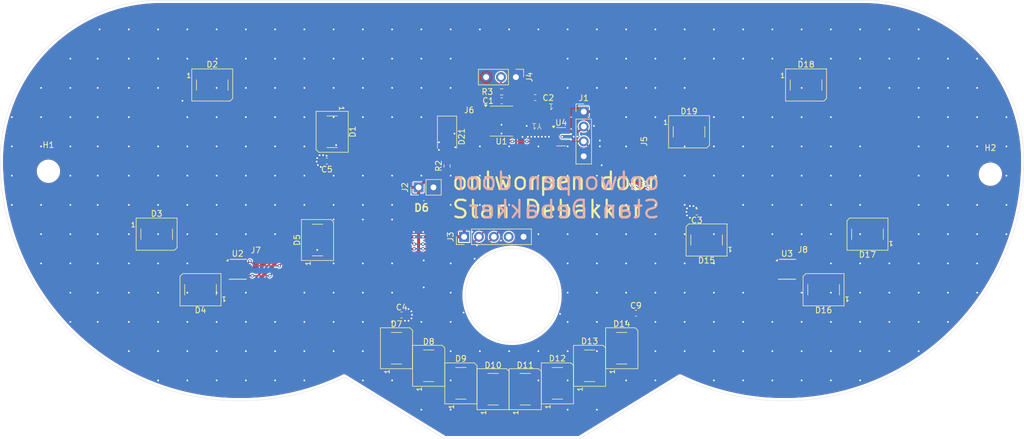
<source format=kicad_pcb>
(kicad_pcb (version 20241229) (generator "pcbnew") (generator_version "9.0")
  (layers (0 "F.Cu" signal) (2 "B.Cu" signal) (13 "F.Paste" user) (15 "B.Paste" user) (5 "F.SilkS" user "F.Silkscreen") (7 "B.SilkS" user "B.Silkscreen") (1 "F.Mask" user) (3 "B.Mask" user) (25 "Edge.Cuts" user))
  (net 0 "")
  (net 1 "GND")
  (net 2 "+3.3V")
  (net 3 "+5V")
  (net 4 "Net-(D1-DOUT)")
  (net 5 "Net-(D1-DIN)")
  (net 6 "Net-(D2-DOUT)")
  (net 7 "Net-(D3-DOUT)")
  (net 8 "Net-(D4-DOUT)")
  (net 9 "Net-(D5-DOUT)")
  (net 10 "Net-(D7-DOUT)")
  (net 11 "Net-(D8-DOUT)")
  (net 12 "Net-(D10-DIN)")
  (net 13 "Net-(D10-DOUT)")
  (net 14 "Net-(D11-DOUT)")
  (net 15 "Net-(D12-DOUT)")
  (net 16 "Net-(D13-DOUT)")
  (net 17 "Net-(D14-DOUT)")
  (net 18 "Net-(D15-DOUT)")
  (net 19 "Net-(D16-DOUT)")
  (net 20 "Net-(D17-DOUT)")
  (net 21 "Net-(D18-DOUT)")
  (net 22 "Net-(D21-K)")
  (net 23 "/SDA")
  (net 24 "/SCL")
  (net 25 "/mode")
  (net 26 "/UPDI{slash}~{RESET}")
  (net 27 "Net-(D19-DOUT)")
  (net 28 "/XTAL")
  (net 29 "Net-(J6-Pin_1)")
  (net 30 "Net-(J4-Pin_2)")
  (net 31 "Net-(J7-Pin_1)")
  (net 32 "Net-(J8-Pin_1)")
  (footprint "LED_SMD:LED_WS2812B_PLCC4_5.0x5.0mm_P3.2mm" (layer "F.Cu") (at 98.25 61 90)
    (property "Reference" "D5")
    (property "Value" "WS2812B")
  )
  (footprint "PESD5V0X1BCSFYL:PMEG3005AESFYL" (layer "F.Cu") (at 116.025 54.275 180)
    (property "Reference" "D6")
    (property "Value" "PESD5V0X1BCSFYL" (hide yes))
  )
  (footprint "Capacitor_SMD:C_0603_1608Metric" (layer "F.Cu") (at 135.45 36.65 180)
    (property "Reference" "C2")
    (property "Value" "1µF")
  )
  (footprint "Capacitor_SMD:C_0603_1608Metric" (layer "F.Cu") (at 129.725 37.2)
    (property "Reference" "C1")
    (property "Value" "1µF")
  )
  (footprint "Connector_PinHeader_2.54mm:PinHeader_1x03_P2.54mm_Vertical" (layer "F.Cu") (at 132.15 33.15 -90)
    (property "Reference" "J4")
    (property "Value" "Conn_01x03_Pin")
  )
  (footprint "LED_SMD:LED_WS2812B_PLCC4_5.0x5.0mm_P3.2mm" (layer "F.Cu") (at 144.75 82.5 90)
    (property "Reference" "D13")
    (property "Value" "WS2812B")
  )
  (footprint "Connector_PinHeader_2.54mm:PinHeader_1x05_P2.54mm_Vertical" (layer "F.Cu") (at 123.31 60.45 90)
    (property "Reference" "J3")
    (property "Value" "SFR02")
  )
  (footprint "Capacitor_SMD:C_0603_1608Metric" (layer "F.Cu") (at 99.85 47.5 180)
    (property "Reference" "C5")
    (property "Value" "1µF")
  )
  (footprint "Capacitor_SMD:C_0603_1608Metric" (layer "F.Cu") (at 112.61 73.81)
    (property "Reference" "C4")
    (property "Value" "1µF")
  )
  (footprint "LED_SMD:LED_WS2812B_PLCC4_5.0x5.0mm_P3.2mm" (layer "F.Cu") (at 117.25 82.5 90)
    (property "Reference" "D8")
    (property "Value" "WS2812B")
  )
  (footprint "LED_SMD:LED_WS2812B_PLCC4_5.0x5.0mm_P3.2mm" (layer "F.Cu") (at 161.75 42.5)
    (property "Reference" "D19")
    (property "Value" "WS2812B")
  )
  (footprint "LED_SMD:LED_WS2812B_PLCC4_5.0x5.0mm_P3.2mm" (layer "F.Cu") (at 122.75 85.5 90)
    (property "Reference" "D9")
    (property "Value" "WS2812B")
  )
  (footprint "LED_SMD:LED_WS2812B_PLCC4_5.0x5.0mm_P3.2mm" (layer "F.Cu") (at 181.75 34.5)
    (property "Reference" "D18")
    (property "Value" "WS2812B")
  )
  (footprint "Capacitor_SMD:C_0603_1608Metric" (layer "F.Cu") (at 152.67 73.51 180)
    (property "Reference" "C9")
    (property "Value" "1µF")
  )
  (footprint "LED_SMD:LED_WS2812B_PLCC4_5.0x5.0mm_P3.2mm" (layer "F.Cu") (at 164.75 61 180)
    (property "Reference" "D15")
    (property "Value" "WS2812B")
  )
  (footprint "LED_SMD:LED_WS2812B_PLCC4_5.0x5.0mm_P3.2mm" (layer "F.Cu") (at 133.75 86.5 90)
    (property "Reference" "D11")
    (property "Value" "WS2812B")
  )
  (footprint "LED_SMD:LED_WS2812B_PLCC4_5.0x5.0mm_P3.2mm" (layer "F.Cu") (at 111.75 79.5 90)
    (property "Reference" "D7")
    (property "Value" "WS2812B")
  )
  (footprint "Connector_Wire:SolderWirePad_1x01_SMD_1x2mm" (layer "F.Cu") (at 87.7 65.3)
    (property "Reference" "J7")
    (property "Value" "Conn_01x01")
  )
  (footprint "Connector_PinHeader_2.54mm:PinHeader_1x02_P2.54mm_Vertical" (layer "F.Cu") (at 115.525 52 90)
    (property "Reference" "J2")
    (property "Value" "Conn_01x02_Pin")
  )
  (footprint "Connector_Wire:SolderWirePad_1x01_SMD_1x2mm" (layer "F.Cu") (at 181.2 65.2)
    (property "Reference" "J8")
    (property "Value" "Conn_01x01")
  )
  (footprint "LED_SMD:LED_WS2812B_PLCC4_5.0x5.0mm_P3.2mm" (layer "F.Cu") (at 128.25 86.5 90)
    (property "Reference" "D10")
    (property "Value" "WS2812B")
  )
  (footprint "Oscillator:ESC-2333-xxx-xxx" (layer "F.Cu") (at 135.7 39.1 180)
    (property "Reference" "Y1")
    (property "Value" "ECS-2333MV-100-BN-TR" (hide yes))
  )
  (footprint "LED_SMD:LED_WS2812B_PLCC4_5.0x5.0mm_P3.2mm" (layer "F.Cu") (at 184.75 69.5 180)
    (property "Reference" "D16")
    (property "Value" "WS2812B")
  )
  (footprint "LED_SMD:LED_WS2812B_PLCC4_5.0x5.0mm_P3.2mm" (layer "F.Cu") (at 100.75 42.5 -90)
    (property "Reference" "D1")
    (property "Value" "WS2812B")
  )
  (footprint "MountingHole:MountingHole_3.5mm" (layer "F.Cu") (at 52.25 49.25)
    (property "Reference" "H1")
    (property "Value" "MountingHole")
  )
  (footprint "LED_SMD:LED_WS2812B_PLCC4_5.0x5.0mm_P3.2mm" (layer "F.Cu") (at 192.25 60 180)
    (property "Reference" "D17")
    (property "Value" "WS2812B")
  )
  (footprint "MountingHole:MountingHole_3.5mm" (layer "F.Cu") (at 213.26 49.75)
    (property "Reference" "H2")
    (property "Value" "MountingHole")
  )
  (footprint "Connector_PinHeader_2.54mm:PinHeader_1x04_P2.54mm_Vertical" (layer "F.Cu") (at 143.75 39.06)
    (property "Reference" "J1")
    (property "Value" "Conn_01x04_Pin")
  )
  (footprint "LED_SMD:LED_WS2812B_PLCC4_5.0x5.0mm_P3.2mm" (layer "F.Cu") (at 78.25 69.5 180)
    (property "Reference" "D4")
    (property "Value" "WS2812B")
  )
  (footprint "Package_SO:SOIC-8_3.9x4.9mm_P1.27mm" (layer "F.Cu") (at 129.7 40.68)
    (property "Reference" "U1")
    (property "Value" "ATtiny402-SS")
  )
  (footprint "Connector_Wire:SolderWirePad_1x01_SMD_1x2mm" (layer "F.Cu") (at 124.17 40.04 90)
    (property "Reference" "J6")
    (property "Value" "Conn_01x01")
  )
  (footprint "Connector_Wire:SolderWirePad_1x01_SMD_1x2mm" (layer "F.Cu") (at 156.61 44.14 90)
    (property "Reference" "J5")
    (property "Value" "Conn_01x01")
  )
  (footprint "Diode_SMD:D_SMA" (layer "F.Cu") (at 120.39 43.33 -90)
    (property "Reference" "D21")
    (property "Value" "GS1M_R1_00001")
  )
  (footprint "Package_SON:Texas_PWSON-N6" (layer "F.Cu") (at 178.5 66)
    (property "Reference" "U3")
    (property "Value" "~")
  )
  (footprint "LED_SMD:LED_WS2812B_PLCC4_5.0x5.0mm_P3.2mm" (layer "F.Cu") (at 150.25 79.5 90)
    (property "Reference" "D14")
    (property "Value" "WS2812B")
  )
  (footprint "Resistor_SMD:R_0603_1608Metric" (layer "F.Cu") (at 129.725 35.675)
    (property "Reference" "R3")
    (property "Value" "5K1")
  )
  (footprint "LED_SMD:LED_WS2812B_PLCC4_5.0x5.0mm_P3.2mm" (layer "F.Cu") (at 70.75 60)
    (property "Reference" "D3")
    (property "Value" "WS2812B")
  )
  (footprint "Capacitor_SMD:C_0603_1608Metric" (layer "F.Cu") (at 163.08 56.2 180)
    (property "Reference" "C3")
    (property "Value" "1µF")
  )
  (footprint "LED_SMD:LED_WS2812B_PLCC4_5.0x5.0mm_P3.2mm" (layer "F.Cu") (at 139.25 85.5 90)
    (property "Reference" "D12")
    (property "Value" "WS2812B")
  )
  (footprint "Package_TO_SOT_SMD:SOT-23-6" (layer "F.Cu") (at 139.9 43.35)
    (property "Reference" "U4")
    (property "Value" "USBLC6-2SC6")
  )
  (footprint "Package_SON:Texas_PWSON-N6" (layer "F.Cu") (at 84.6 66)
    (property "Reference" "U2")
    (property "Value" "~")
  )
  (footprint "Resistor_SMD:R_0603_1608Metric" (layer "F.Cu") (at 120.39 48.33 90)
    (property "Reference" "R2")
    (property "Value" "10k")
  )
  (footprint "LED_SMD:LED_WS2812B_PLCC4_5.0x5.0mm_P3.2mm" (layer "F.Cu") (at 80.25 34.5)
    (property "Reference" "D2")
    (property "Value" "WS2812B")
  )
  (gr_arc (start 219 47.5) (mid 199.808257 82.21887) (end 160.200003 84.434538) (stroke (width 0.05)) (layer "Edge.Cuts"))
  (gr_arc (start 191.5 20) (mid 210.945436 28.054564) (end 219 47.5) (stroke (width 0.05)) (layer "Edge.Cuts"))
  (gr_line (start 120 20) (end 191.5 20) (stroke (width 0.05)) (layer "Edge.Cuts"))
  (gr_line (start 120 20) (end 71.5 20) (stroke (width 0.05)) (layer "Edge.Cuts"))
  (gr_line (start 120 95) (end 143 95) (stroke (width 0.05)) (layer "Edge.Cuts"))
  (gr_arc (start 44 47.5) (mid 52.054564 28.054564) (end 71.5 20) (stroke (width 0.05)) (layer "Edge.Cuts"))
  (gr_circle (center 131.5 70.45) (end 131.5 78.45) (stroke (width 0.05)) (fill no) (layer "Edge.Cuts"))
  (gr_arc (start 102.799999 84.434537) (mid 63.191744 82.218871) (end 44 47.5) (stroke (width 0.05)) (layer "Edge.Cuts"))
  (gr_line (start 143 95) (end 160.200002 84.434534) (stroke (width 0.05)) (layer "Edge.Cuts"))
  (gr_line (start 120 95) (end 102.799997 84.434537) (stroke (width 0.05)) (layer "Edge.Cuts"))
  (gr_text "ontworpen door\nStan Debakker" (at 121 57.5 0) (layer "F.SilkS") (effects (font (size 3 3) (thickness 0.375)) (justify left bottom)))
  (gr_text "ontworpen door\nStan Debakker" (at 157 57.5 0) (layer "B.SilkS") (effects (font (size 3 3) (thickness 0.375)) (justify left bottom mirror)))
  (segment (start 178.829456 65.5) (end 178.419728 65.090272) (width 0.25) (layer "F.Cu") (net 1))
  (via (at 145.5 41.5) (size 0.6) (drill 0.3) (layers "F.Cu" "B.Cu") (net 1))
  (via (at 135.4 43.35) (size 0.6) (drill 0.3) (layers "F.Cu" "B.Cu") (net 1))
  (via (at 114.3 73.2) (size 0.6) (drill 0.3) (layers "F.Cu" "B.Cu") (net 1))
  (via (at 216 40) (size 0.6) (drill 0.3) (layers "F.Cu" "B.Cu") (net 1))
  (via (at 60.675113 70.000534) (size 0.6) (drill 0.3) (layers "F.Cu" "B.Cu") (net 1))
  (via (at 46 45) (size 0.6) (drill 0.3) (layers "F.Cu" "B.Cu") (net 1))
  (via (at 101 65) (size 0.6) (drill 0.3) (layers "F.Cu" "B.Cu") (net 1))
  (via (at 186 45) (size 0.6) (drill 0.3) (layers "F.Cu" "B.Cu") (net 1))
  (via (at 76 80) (size 0.6) (drill 0.3) (layers "F.Cu" "B.Cu") (net 1))
  (via (at 191 60) (size 0.6) (drill 0.3) (layers "F.Cu" "B.Cu") (net 1))
  (via (at 76 25) (size 0.6) (drill 0.3) (layers "F.Cu" "B.Cu") (net 1))
  (via (at 146 70) (size 0.6) (drill 0.3) (layers "F.Cu" "B.Cu") (net 1))
  (via (at 136 80) (size 0.6) (drill 0.3) (layers "F.Cu" "B.Cu") (net 1))
  (via (at 71 65) (size 0.6) (drill 0.3) (layers "F.Cu" "B.Cu") (net 1))
  (via (at 176 25) (size 0.6) (drill 0.3) (layers "F.Cu" "B.Cu") (net 1))
  (via (at 46 50) (size 0.6) (drill 0.3) (layers "F.Cu" "B.Cu") (net 1))
  (via (at 71 75) (size 0.6) (drill 0.3) (layers "F.Cu" "B.Cu") (net 1))
  (via (at 151 40) (size 0.6) (drill 0.3) (layers "F.Cu" "B.Cu") (net 1))
  (via (at 181 60) (size 0.6) (drill 0.3) (layers "F.Cu" "B.Cu") (net 1))
  (via (at 91 45) (size 0.6) (drill 0.3) (layers "F.Cu" "B.Cu") (net 1))
  (via (at 206 35) (size 0.6) (drill 0.3) (layers "F.Cu" "B.Cu") (net 1))
  (via (at 111 55) (size 0.6) (drill 0.3) (layers "F.Cu" "B.Cu") (net 1))
  (via (at 201 45) (size 0.6) (drill 0.3) (layers "F.Cu" "B.Cu") (net 1))
  (via (at 101 57.5) (size 0.6) (drill 0.3) (layers "F.Cu" "B.Cu") (net 1))
  (via (at 86 45) (size 0.6) (drill 0.3) (layers "F.Cu" "B.Cu") (net 1))
  (via (at 171 75) (size 0.6) (drill 0.3) (layers "F.Cu" "B.Cu") (net 1))
  (via (at 96 40) (size 0.6) (drill 0.3) (layers "F.Cu" "B.Cu") (net 1))
  (via (at 126 25) (size 0.6) (drill 0.3) (layers "F.Cu" "B.Cu") (net 1))
  (via (at 116 35) (size 0.6) (drill 0.3) (layers "F.Cu" "B.Cu") (net 1))
  (via (at 121 25) (size 0.6) (drill 0.3) (layers "F.Cu" "B.Cu") (net 1))
  (via (at 146 35) (size 0.6) (drill 0.3) (layers "F.Cu" "B.Cu") (net 1))
  (via (at 99.8 46.6) (size 0.6) (drill 0.3) (layers "F.Cu" "B.Cu") (net 1))
  (via (at 161 80) (size 0.6) (drill 0.3) (layers "F.Cu" "B.Cu") (net 1))
  (via (at 114.4 73.8) (size 0.6) (drill 0.3) (layers "F.Cu" "B.Cu") (net 1))
  (via (at 101 80) (size 0.6) (drill 0.3) (layers "F.Cu" "B.Cu") (net 1))
  (via (at 51 35) (size 0.6) (drill 0.3) (layers "F.Cu" "B.Cu") (net 1))
  (via (at 56 55) (size 0.6) (drill 0.3) (layers "F.Cu" "B.Cu") (net 1))
  (via (at 211 55) (size 0.6) (drill 0.3) (layers "F.Cu" "B.Cu") (net 1))
  (via (at 91 40) (size 0.6) (drill 0.3) (layers "F.Cu" "B.Cu") (net 1))
  (via (at 66 40) (size 0.6) (drill 0.3) (layers "F.Cu" "B.Cu") (net 1))
  (via (at 96 55) (size 0.6) (drill 0.3) (layers "F.Cu" "B.Cu") (net 1))
  (via (at 206 40) (size 0.6) (drill 0.3) (layers "F.Cu" "B.Cu") (net 1))
  (via (at 76 70) (size 0.6) (drill 0.3) (layers "F.Cu" "B.Cu") (net 1))
  (via (at 51 45) (size 0.6) (drill 0.3) (layers "F.Cu" "B.Cu") (net 1))
  (via (at 71 25) (size 0.6) (drill 0.3) (layers "F.Cu" "B.Cu") (net 1))
  (via (at 86 55) (size 0.6) (drill 0.3) (layers "F.Cu" "B.Cu") (net 1))
  (via (at 81 30) (size 0.6) (drill 0.3) (layers "F.Cu" "B.Cu") (net 1))
  (via (at 111 30) (size 0.6) (drill 0.3) (layers "F.Cu" "B.Cu") (net 1))
  (via (at 121 85) (size 0.6) (drill 0.3) (layers "F.Cu" "B.Cu") (net 1))
  (via (at 196 70) (size 0.6) (drill 0.3) (layers "F.Cu" "B.Cu") (net 1))
  (via (at 181 35) (size 0.6) (drill 0.3) (layers "F.Cu" "B.Cu") (net 1))
  (via (at 66 35) (size 0.6) (drill 0.3) (layers "F.Cu" "B.Cu") (net 1))
  (via (at 141 65) (size 0.6) (drill 0.3) (layers "F.Cu" "B.Cu") (net 1))
  (via (at 121 80) (size 0.6) (drill 0.3) (layers "F.Cu" "B.Cu") (net 1))
  (via (at 211 65) (size 0.6) (drill 0.3) (layers "F.Cu" "B.Cu") (net 1))
  (via (at 96 45) (size 0.6) (drill 0.3) (layers "F.Cu" "B.Cu") (net 1))
  (via (at 96 70) (size 0.6) (drill 0.3) (layers "F.Cu" "B.Cu") (net 1))
  (via (at 111 35) (size 0.6) (drill 0.3) (layers "F.Cu" "B.Cu") (net 1))
  (via (at 91 35) (size 0.6) (drill 0.3) (layers "F.Cu" "B.Cu") (net 1))
  (via (at 96 80) (size 0.6) (drill 0.3) (layers "F.Cu" "B.Cu") (net 1))
  (via (at 81 60) (size 0.6) (drill 0.3) (layers "F.Cu" "B.Cu") (net 1))
  (via (at 161 30) (size 0.6) (drill 0.3) (layers "F.Cu" "B.Cu") (net 1))
  (via (at 56 60) (size 0.6) (drill 0.3) (layers "F.Cu" "B.Cu") (net 1))
  (via (at 136 60) (size 0.6) (drill 0.3) (layers "F.Cu" "B.Cu") (net 1))
  (via (at 181 55) (size 0.6) (drill 0.3) (layers "F.Cu" "B.Cu") (net 1))
  (via (at 86 85) (size 0.6) (drill 0.3) (layers "F.Cu" "B.Cu") (net 1))
  (via (at 51 40) (size 0.6) (drill 0.3) (layers "F.Cu" "B.Cu") (net 1))
  (via (at 206 55) (size 0.6) (drill 0.3) (layers "F.Cu" "B.Cu") (net 1))
  (via (at 66 65) (size 0.6) (drill 0.3) (layers "F.Cu" "B.Cu") (net 1))
  (via (at 106 25) (size 0.6) (drill 0.3) (layers "F.Cu" "B.Cu") (net 1))
  (via (at 161 55) (size 0.6) (drill 0.3) (layers "F.Cu" "B.Cu") (net 1))
  (via (at 106 30) (size 0.6) (drill 0.3) (layers "F.Cu" "B.Cu") (net 1))
  (via (at 91 30) (size 0.6) (drill 0.3) (layers "F.Cu" "B.Cu") (net 1))
  (via (at 141 75) (size 0.6) (drill 0.3) (layers "F.Cu" "B.Cu") (net 1))
  (via (at 60.675113 60.000534) (size 0.6) (drill 0.3) (layers "F.Cu" "B.Cu") (net 1))
  (via (at 216 55) (size 0.6) (drill 0.3) (layers "F.Cu" "B.Cu") (net 1))
  (via (at 106 50) (size 0.6) (drill 0.3) (layers "F.Cu" "B.Cu") (net 1))
  (via (at 66 55) (size 0.6) (drill 0.3) (layers "F.Cu" "B.Cu") (net 1))
  (via (at 101 70) (size 0.6) (drill 0.3) (layers "F.Cu" "B.Cu") (net 1))
  (via (at 81 55) (size 0.6) (drill 0.3) (layers "F.Cu" "B.Cu") (net 1))
  (via (at 106 70) (size 0.6) (drill 0.3) (layers "F.Cu" "B.Cu") (net 1))
  (via (at 81 45) (size 0.6) (drill 0.3) (layers "F.Cu" "B.Cu") (net 1))
  (via (at 171 25) (size 0.6) (drill 0.3) (layers "F.Cu" "B.Cu") (net 1))
  (via (at 113.8 74.8) (size 0.6) (drill 0.3) (layers "F.Cu" "B.Cu") (net 1))
  (via (at 71 70) (size 0.6) (drill 0.3) (layers "F.Cu" "B.Cu") (net 1))
  (via (at 176 30) (size 0.6) (drill 0.3) (layers "F.Cu" "B.Cu") (net 1))
  (via (at 206 30) (size 0.6) (drill 0.3) (layers "F.Cu" "B.Cu") (net 1))
  (via (at 176 80) (size 0.6) (drill 0.3) (layers "F.Cu" "B.Cu") (net 1))
  (via (at 206 65) (size 0.6) (drill 0.3) (layers "F.Cu" "B.Cu") (net 1))
  (via (at 101 35) (size 0.6) (drill 0.3) (layers "F.Cu" "B.Cu") (net 1))
  (via (at 121.66 42.82) (size 0.6) (drill 0.3) (layers "F.Cu" "B.Cu") (net 1))
  (via (at 111 57.5) (size 0.6) (drill 0.3) (layers "F.Cu" "B.Cu") (net 1))
  (via (at 151 70) (size 0.6) (drill 0.3) (layers "F.Cu" "B.Cu") (net 1))
  (via (at 71 55) (size 0.6) (drill 0.3) (layers "F.Cu" "B.Cu") (net 1))
  (via (at 146 30) (size 0.6) (drill 0.3) (layers "F.Cu" "B.Cu") (net 1))
  (via (at 81 85) (size 0.6) (drill 0.3) (layers "F.Cu" "B.Cu") (net 1))
  (via (at 60.675113 40.000534) (size 0.6) (drill 0.3) (layers "F.Cu" "B.Cu") (net 1))
  (via (at 201 35) (size 0.6) (drill 0.3) (layers "F.Cu" "B.Cu") (net 1))
  (via (at 191 85) (size 0.6) (drill 0.3) (layers "F.Cu" "B.Cu") (net 1))
  (via (at 101 25) (size 0.6) (drill 0.3) (layers "F.Cu" "B.Cu") (net 1))
  (via (at 98.8 48.5) (size 0.6) (drill 0.3) (layers "F.Cu" "B.Cu") (net 1))
  (via (at 211 60) (size 0.6) (drill 0.3) (layers "F.Cu" "B.Cu") (net 1))
  (via (at 161 35) (size 0.6) (drill 0.3) (layers "F.Cu" "B.Cu") (net 1))
  (via (at 171 85) (size 0.6) (drill 0.3) (layers "F.Cu" "B.Cu") (net 1))
  (via (at 96 50) (size 0.6) (drill 0.3) (layers "F.Cu" "B.Cu") (net 1))
  (via (at 86 70) (size 0.6) (drill 0.3) (layers "F.Cu" "B.Cu") (net 1))
  (via (at 129.7 42.8) (size 0.6) (drill 0.3) (layers "F.Cu" "B.Cu") (net 1))
  (via (at 51 60) (size 0.6) (drill 0.3) (layers "F.Cu" "B.Cu") (net 1))
  (via (at 56 50) (size 0.6) (drill 0.3) (layers "F.Cu" "B.Cu") (net 1))
  (via (at 106 35) (size 0.6) (drill 0.3) (layers "F.Cu" "B.Cu") (net 1))
  (via (at 186 50) (size 0.6) (drill 0.3) (layers "F.Cu" "B.Cu") (net 1))
  (via (at 191 30) (size 0.6) (drill 0.3) (layers "F.Cu" "B.Cu") (net 1))
  (via (at 176 40) (size 0.6) (drill 0.3) (layers "F.Cu" "B.Cu") (net 1))
  (via (at 96 25) (size 0.6) (drill 0.3) (layers "F.Cu" "B.Cu") (net 1))
  (via (at 191 50) (size 0.6) (drill 0.3) (layers "F.Cu" "B.Cu") (net 1))
  (via (at 156 80) (size 0.6) (drill 0.3) (layers "F.Cu" "B.Cu") (net 1))
  (via (at 60.675113 35.000534) (size 0.6) (drill 0.3) (layers "F.Cu" "B.Cu") (net 1))
  (via (at 151 85) (size 0.6) (drill 0.3) (layers "F.Cu" "B.Cu") (net 1))
  (via (at 161 65) (size 0.6) (drill 0.3) (layers "F.Cu" "B.Cu") (net 1))
  (via (at 151 75) (size 0.6) (drill 0.3) (layers "F.Cu" "B.Cu") (net 1))
  (via (at 111 50) (size 0.6) (drill 0.3) (layers "F.Cu" "B.Cu") (net 1))
  (via (at 98.2 47) (size 0.6) (drill 0.3) (layers "F.Cu" "B.Cu") (net 1))
  (via (at 191 45) (size 0.6) (drill 0.3) (layers "F.Cu" "B.Cu") (net 1))
  (via (at 146 50) (size 0.6) (drill 0.3) (layers "F.Cu" "B.Cu") (net 1))
  (via (at 76 50) (size 0.6) (drill 0.3) (layers "F.Cu" "B.Cu") (net 1))
  (via (at 186 40) (size 0.6) (drill 0.3) (layers "F.Cu" "B.Cu") (net 1))
  (via (at 86 40) (size 0.6) (drill 0.3) (layers "F.Cu" "B.Cu") (net 1))
  (via (at 186 70) (size 0.6) (drill 0.3) (layers "F.Cu" "B.Cu") (net 1))
  (via (at 201 40) (size 0.6) (drill 0.3) (layers "F.Cu" "B.Cu") (net 1))
  (via (at 196 80) (size 0.6) (drill 0.3) (layers "F.Cu" "B.Cu") (net 1))
  (via (at 161.3 56.2) (size 0.6) (drill 0.3) (layers "F.Cu" "B.Cu") (net 1))
  (via (at 131 25) (size 0.6) (drill 0.3) (layers "F.Cu" "B.Cu") (net 1))
  (via (at 146 65) (size 0.6) (drill 0.3) (layers "F.Cu" "B.Cu") (net 1))
  (via (at 116.4 64.5) (size 0.6) (drill 0.3) (layers "F.Cu" "B.Cu") (net 1))
  (via (at 156 65) (size 0.6) (drill 0.3) (layers "F.Cu" "B.Cu") (net 1))
  (via (at 51 65) (size 0.6) (drill 0.3) (layers "F.Cu" "B.Cu") (net 1))
  (via (at 166 60) (size 0.6) (drill 0.3) (layers "F.Cu" "B.Cu") (net 1))
  (via (at 134.8 43.35) (size 0.6) (drill 0.3) (layers "F.Cu" "B.Cu") (net 1))
  (via (at 66 30) (size 0.6) (drill 0.3) (layers "F.Cu" "B.Cu") (net 1))
  (via (at 118.99 44.3) (size 0.6) (drill 0.3) (layers "F.Cu" "B.Cu") (net 1))
  (via (at 191 35) (size 0.6) (drill 0.3) (layers "F.Cu" "B.Cu") (net 1))
  (via (at 111 65) (size 0.6) (drill 0.3) (layers "F.Cu" "B.Cu") (net 1))
  (via (at 106 75) (size 0.6) (drill 0.3) (layers "F.Cu" "B.Cu") (net 1))
  (via (at 116 30) (size 0.6) (drill 0.3) (layers "F.Cu" "B.Cu") (net 1))
  (via (at 171 40) (size 0.6) (drill 0.3) (layers "F.Cu" "B.Cu") (net 1))
  (via (at 96 85) (size 0.6) (drill 0.3) (layers "F.Cu" "B.Cu") (net 1))
  (via (at 71 35) (size 0.6) (drill 0.3) (layers "F.Cu" "B.Cu") (net 1))
  (via (at 201 55) (size 0.6) (drill 0.3) (layers "F.Cu" "B.Cu") (net 1))
  (via (at 91 60) (size 0.6) (drill 0.3) (layers "F.Cu" "B.Cu") (net 1))
  (via (at 111 25) (size 0.6) (drill 0.3) (layers "F.Cu" "B.Cu") (net 1))
  (via (at 216 50) (size 0.6) (drill 0.3) (layers "F.Cu" "B.Cu") (net 1))
  (via (at 121 75) (size 0.6) (drill 0.3) (layers "F.Cu" "B.Cu") (net 1))
  (via (at 136 25) (size 0.6) (drill 0.3) (layers "F.Cu" "B.Cu") (net 1))
  (via (at 98.2 62.7) (size 0.6) (drill 0.3) (layers "F.Cu" "B.Cu") (net 1))
  (via (at 151 35) (size 0.6) (drill 0.3) (layers "F.Cu" "B.Cu") (net 1))
  (via (at 146.5 44) (size 0.6) (drill 0.3) (layers "F.Cu" "B.Cu") (net 1))
  (via (at 116 75) (size 0.6) (drill 0.3) (layers "F.Cu" "B.Cu") (net 1))
  (via (at 86 75) (size 0.6) (drill 0.3) (layers "F.Cu" "B.Cu") (net 1))
  (via (at 96 30) (size 0.6) (drill 0.3) (layers "F.Cu" "B.Cu") (net 1))
  (via (at 186 30) (size 0.6) (drill 0.3) (layers "F.Cu" "B.Cu") (net 1))
  (via (at 191 70) (size 0.6) (drill 0.3) (layers "F.Cu" "B.Cu") (net 1))
  (via (at 116 90) (size 0.6) (drill 0.3) (layers "F.Cu" "B.Cu") (net 1))
  (via (at 134 41.5) (size 0.6) (drill 0.3) (layers "F.Cu" "B.Cu") (net 1))
  (via (at 116.3 59.63) (size 0.6) (drill 0.3) (layers "F.Cu" "B.Cu") (net 1))
  (via (at 61 25) (size 0.6) (drill 0.3) (layers "F.Cu" "B.Cu") (net 1))
  (via (at 171 45) (size 0.6) (drill 0.3) (layers "F.Cu" "B.Cu") (net 1))
  (via (at 91 75) (size 0.6) (drill 0.3) (layers "F.Cu" "B.Cu") (net 1))
  (via (at 98.3 48.2) (size 0.6) (drill 0.3) (layers "F.Cu" "B.Cu") (net 1))
  (via (at 60.675113 65.000534) (size 0.6) (drill 0.3) (layers "F.Cu" "B.Cu") (net 1))
  (via (at 186 80) (size 0.6) (drill 0.3) (layers "F.Cu" "B.Cu") (net 1))
  (via (at 136 45) (size 0.6) (drill 0.3) (layers "F.Cu" "B.Cu") (net 1))
  (via (at 181 25) (size 0.6) (drill 0.3) (layers "F.Cu" "B.Cu") (net 1))
  (via (at 111 85) (size 0.6) (drill 0.3) (layers "F.Cu" "B.Cu") (net 1))
  (via (at 121 50) (size 0.6) (drill 0.3) (layers "F.Cu" "B.Cu") (net 1))
  (via (at 201 70) (size 0.6) (drill 0.3) (layers "F.Cu" "B.Cu") (net 1))
  (via (at 76 40) (size 0.6) (drill 0.3) (layers "F.Cu" "B.Cu") (net 1))
  (via (at 161 25) (size 0.6) (drill 0.3) (layers "F.Cu" "B.Cu") (net 1))
  (via (at 101 75) (size 0.6) (drill 0.3) (layers "F.Cu" "B.Cu") (net 1))
  (via (at 146 75) (size 0.6) (drill 0.3) (layers "F.Cu" "B.Cu") (net 1))
  (via (at 181 85) (size 0.6) (drill 0.3) (layers "F.Cu" "B.Cu") (net 1))
  (via (at 171 50) (size 0.6) (drill 0.3) (layers "F.Cu" "B.Cu") (net 1))
  (via (at 141 25) (size 0.6) (drill 0.3) (layers "F.Cu" "B.Cu") (net 1))
  (via (at 141 60) (size 0.6) (drill 0.3) (layers "F.Cu" "B.Cu") (net 1))
  (via (at 151 25) (size 0.6) (drill 0.3) (layers "F.Cu" "B.Cu") (net 1))
  (via (at 166 75) (size 0.6) (drill 0.3) (layers "F.Cu" "B.Cu") (net 1))
  (via (at 171 70) (size 0.6) (drill 0.3) (layers "F.Cu" "B.Cu") (net 1))
  (via (at 161 50) (size 0.6) (drill 0.3) (layers "F.Cu" "B.Cu") (net 1))
  (via (at 56 35) (size 0.6) (drill 0.3) (layers "F.Cu" "B.Cu") (net 1))
  (via (at 91 85) (size 0.6) (drill 0.3) (layers "F.Cu" "B.Cu") (net 1))
  (via (at 166 80) (size 0.6) (drill 0.3) (layers "F.Cu" "B.Cu") (net 1))
  (via (at 181 45) (size 0.6) (drill 0.3) (layers "F.Cu" "B.Cu") (net 1))
  (via (at 166 70) (size 0.6) (drill 0.3) (layers "F.Cu" "B.Cu") (net 1))
  (via (at 201 25) (size 0.6) (drill 0.3) (layers "F.Cu" "B.Cu") (net 1))
  (via (at 71 50) (size 0.6) (drill 0.3) (layers "F.Cu" "B.Cu") (net 1))
  (via (at 98.6 46.5) (size 0.6) (drill 0.3) (layers "F.Cu" "B.Cu") (net 1))
  (via (at 171 30) (size 0.6) (drill 0.3) (layers "F.Cu" "B.Cu") (net 1))
  (via (at 129.7 41.3) (size 0.6) (drill 0.3) (layers "F.Cu" "B.Cu") (net 1))
  (via (at 181 30) (size 0.6) (drill 0.3) (layers "F.Cu" "B.Cu") (net 1))
  (via (at 211 35) (size 0.6) (drill 0.3) (layers "F.Cu" "B.Cu") (net 1))
  (via (at 99.2 46.5) (size 0.6) (drill 0.3) (layers "F.Cu" "B.Cu") (net 1))
  (via (at 201 65) (size 0.6) (drill 0.3) (layers "F.Cu" "B.Cu") (net 1))
  (via (at 106 55) (size 0.6) (drill 0.3) (layers "F.Cu" "B.Cu") (net 1))
  (via (at 121 70) (size 0.6) (drill 0.3) (layers "F.Cu" "B.Cu") (net 1))
  (via (at 114.3 74.4) (size 0.6) (drill 0.3) (layers "F.Cu" "B.Cu") (net 1))
  (via (at 146.5 45) (size 0.6) (drill 0.3) (layers "F.Cu" "B.Cu") (net 1))
  (via (at 136.6 43.35) (size 0.6) (drill 0.3) (layers "F.Cu" "B.Cu") (net 1))
  (via (at 106 57.5) (size 0.6) (drill 0.3) (layers "F.Cu" "B.Cu") (net 1))
  (via (at 206 60) (size 0.6) (drill 0.3) (layers "F.Cu" "B.Cu") (net 1))
  (via (at 141 90) (size 0.6) (drill 0.3) (layers "F.Cu" "B.Cu") (net 1))
  (via (at 106 85) (size 0.6) (drill 0.3) (layers "F.Cu" "B.Cu") (net 1))
  (via (at 176 45) (size 0.6) (drill 0.3) (layers "F.Cu" "B.Cu") (net 1))
  (via (at 161 70) (size 0.6) (drill 0.3) (layers "F.Cu" "B.Cu") (net 1))
  (via (at 98.1 47.6) (size 0.6) (drill 0.3) (layers "F.Cu" "B.Cu") (net 1))
  (via (at 116 50) (size 0.6) (drill 0.3) (layers "F.Cu" "B.Cu") (net 1))
  (via (at 81 70) (size 0.6) (drill 0.3) (layers "F.Cu" "B.Cu") (net 1))
  (via (at 181 40) (size 0.6) (drill 0.3) (layers "F.Cu" "B.Cu") (net 1))
  (via (at 161 45) (size 0.6) (drill 0.3) (layers "F.Cu" "B.Cu") (net 1))
  (via (at 91 55) (size 0.6) (drill 0.3) (layers "F.Cu" "B.Cu") (net 1))
  (via (at 156 70) (size 0.6) (drill 0.3) (layers "F.Cu" "B.Cu") (net 1))
  (via (at 141 50) (size 0.6) (drill 0.3) (layers "F.Cu" "B.Cu") (net 1))
  (via (at 125.1 64.2) (size 0.6) (drill 0.3) (layers "F.Cu" "B.Cu") (net 1))
  (via (at 76 55) (size 0.6) (drill 0.3) (layers "F.Cu" "B.Cu") (net 1))
  (via (at 60.675113 55.000534) (size 0.6) (drill 0.3) (layers "F.Cu" "B.Cu") (net 1))
  (via (at 151 30) (size 0.6) (drill 0.3) (layers "F.Cu" "B.Cu") (net 1))
  (via (at 134.2 43.35) (size 0.6) (drill 0.3) (layers "F.Cu" "B.Cu") (net 1))
  (via (at 156 50) (size 0.6) (drill 0.3) (layers "F.Cu" "B.Cu") (net 1))
  (via (at 46 55) (size 0.6) (drill 0.3) (layers "F.Cu" "B.Cu") (net 1))
  (via (at 196 65) (size 0.6) (drill 0.3) (layers "F.Cu" "B.Cu") (net 1))
  (via (at 166 45) (size 0.6) (drill 0.3) (layers "F.Cu" "B.Cu") (net 1))
  (via (at 211 45) (size 0.6) (drill 0.3) (layers "F.Cu" "B.Cu") (net 1))
  (via (at 146.82 48.22) (size 0.6) (drill 0.3) (layers "F.Cu" "B.Cu") (net 1))
  (via (at 81 40) (size 0.6) (drill 0.3) (layers "F.Cu" "B.Cu") (net 1))
  (via (at 116 25) (size 0.6) (drill 0.3) (layers "F.Cu" "B.Cu") (net 1))
  (via (at 161.9 57.2) (size 0.6) (drill 0.3) (layers "F.Cu" "B.Cu") (net 1))
  (via (at 91 50) (size 0.6) (drill 0.3) (layers "F.Cu" "B.Cu") (net 1))
  (via (at 126 50) (size 0.6) (drill 0.3) (layers "F.Cu" "B.Cu") (net 1))
  (via (at 118.99 45.6) (size 0.6) (drill 0.3) (layers "F.Cu" "B.Cu") (net 1))
  (via (at 156 35) (size 0.6) (drill 0.3) (layers "F.Cu" "B.Cu") (net 1))
  (via (at 151 45) (size 0.6) (drill 0.3) (layers "F.Cu" "B.Cu") (net 1))
  (via (at 66 60) (size 0.6) (drill 0.3) (layers "F.Cu" "B.Cu") (net 1))
  (via (at 161.4 55.6) (size 0.6) (drill 0.3) (layers "F.Cu" "B.Cu") (net 1))
  (via (at 162.5 55.2) (size 0.6) (drill 0.3) (layers "F.Cu" "B.Cu") (net 1))
  (via (at 56 30) (size 0.6) (drill 0.3) (layers "F.Cu" "B.Cu") (net 1))
  (via (at 101.43 44.79) (size 0.6) (drill 0.3) (layers "F.Cu" "B.Cu") (net 1))
  (via (at 206 70) (size 0.6) (drill 0.3) (layers "F.Cu" "B.Cu") (net 1))
  (via (at 56 45) (size 0.6) (drill 0.3) (layers "F.Cu" "B.Cu") (net 1))
  (via (at 56 70) (size 0.6) (drill 0.3) (layers "F.Cu" "B.Cu") (net 1))
  (via (at 131 50) (size 0.6) (drill 0.3) (layers "F.Cu" "B.Cu") (net 1))
  (via (at 81 75) (size 0.6) (drill 0.3) (layers "F.Cu" "B.Cu") (net 1))
  (via (at 136 85) (size 0.6) (drill 0.3) (layers "F.Cu" "B.Cu") (net 1))
  (via (at 133.29 43.38) (size 0.6) (drill 0.3) (layers "F.Cu" "B.Cu") (net 1))
  (via (at 176 75) (size 0.6) (drill 0.3) (layers "F.Cu" "B.Cu") (net 1))
  (via (at 121 30) (size 0.6) (drill 0.3) (layers "F.Cu" "B.Cu") (net 1))
  (via (at 60.675113 30.000534) (size 0.6) (drill 0.3) (layers "F.Cu" "B.Cu") (net 1))
  (via (at 71 80) (size 0.6) (drill 0.3) (layers "F.Cu" "B.Cu") (net 1))
  (via (at 186 55) (size 0.6) (drill 0.3) (layers "F.Cu" "B.Cu") (net 1))
  (via (at 141 30) (size 0.6) (drill 0.3) (layers "F.Cu" "B.Cu") (net 1))
  (via (at 161 75) (size 0.6) (drill 0.3) (layers "F.Cu" "B.Cu") (net 1))
  (via (at 181 75) (size 0.6) (drill 0.3) (layers "F.Cu" "B.Cu") (net 1))
  (via (at 129.6 61.1) (size 0.6) (drill 0.3) (layers "F.Cu" "B.Cu") (net 1))
  (via (at 186 75) (size 0.6) (drill 0.3) (layers "F.Cu" "B.Cu") (net 1))
  (via (at 166 50) (size 0.6) (drill 0.3) (layers "F.Cu" "B.Cu") (net 1))
  (via (at 166 25) (size 0.6) (drill 0.3) (layers "F.Cu" "B.Cu") (net 1))
  (via (at 151 55) (size 0.6) (drill 0.3) (layers "F.Cu" "B.Cu") (net 1))
  (via (at 114.71 59.62) (size 0.6) (drill 0.3) (layers "F.Cu" "B.Cu") (net 1))
  (via (at 156 40) (size 0.6) (drill 0.3) (layers "F.Cu" "B.Cu") (net 1))
  (via (at 96 75) (size 0.6) (drill 0.3) (layers "F.Cu" "B.Cu") (net 1))
  (via (at 60.675113 50.000534) (size 0.6) (drill 0.3) (layers "F.Cu" "B.Cu") (net 1))
  (via (at 116 40) (size 0.6) (drill 0.3) (layers "F.Cu" "B.Cu") (net 1))
  (via (at 171 80) (size 0.6) (drill 0.3) (layers "F.Cu" "B.Cu") (net 1))
  (via (at 211 40) (size 0.6) (drill 0.3) (layers "F.Cu" "B.Cu") (net 1))
  (via (at 101 30) (size 0.6) (drill 0.3) (layers "F.Cu" "B.Cu") (net 1))
  (via (at 201 50) (size 0.6) (drill 0.3) (layers "F.Cu" "B.Cu") (net 1))
  (via (at 151 65) (size 0.6) (drill 0.3) (layers "F.Cu" "B.Cu") (net 1))
  (via (at 186 65) (size 0.6) (drill 0.3) (layers "F.Cu" "B.Cu") (net 1))
  (via (at 111 40) (size 0.6) (drill 0.3) (layers "F.Cu" "B.Cu") (net 1))
  (via (at 163 55.5) (size 0.6) (drill 0.3) (layers "F.Cu" "B.Cu") (net 1))
  (via (at 161.4 56.8) (size 0.6) (drill 0.3) (layers "F.Cu" "B.Cu") (net 1))
  (via (at 181 80) (size 0.6) (drill 0.3) (layers "F.Cu" "B.Cu") (net 1))
  (via (at 101 40) (size 0.6) (drill 0.3) (layers "F.Cu" "B.Cu") (net 1))
  (via (at 114.26 53.2) (size 0.6) (drill 0.3) (layers "F.Cu" "B.Cu") (net 1))
  (via (at 186 60) (size 0.6) (drill 0.3) (layers "F.Cu" "B.Cu") (net 1))
  (via (at 56 75) (size 0.6) (drill 0.3) (layers "F.Cu" "B.Cu") (net 1))
  (via (at 75.16 37.2) (size 0.6) (drill 0.3) (layers "F.Cu" "B.Cu") (net 1))
  (via (at 60.675113 45.000534) (size 0.6) (drill 0.3) (layers "F.Cu" "B.Cu") (net 1))
  (via (at 66 80) (size 0.6) (drill 0.3) (layers "F.Cu" "B.Cu") (net 1))
  (via (at 123.2 73.4) (size 0.6) (drill 0.3) (layers "F.Cu" "B.Cu") (net 1))
  (via (at 146 55) (size 0.6) (drill 0.3) (layers "F.Cu" "B.Cu") (net 1))
  (via (at 111 70) (size 0.6) (drill 0.3) (layers "F.Cu" "B.Cu") (net 1))
  (via (at 121 65) (size 0.6) (drill 0.3) (layers "F.Cu" "B.Cu") (net 1))
  (via (at 56 65) (size 0.6) (drill 0.3) (layers "F.Cu" "B.Cu") (net 1))
  (via (at 137.8 43.35) (size 0.6) (drill 0.3) (layers "F.Cu" "B.Cu") (net 1))
  (via (at 81 35) (size 0.6) (drill 0.3) (layers "F.Cu" "B.Cu") (net 1))
  (via (at 191 55) (size 0.6) (drill 0.3) (layers "F.Cu" "B.Cu") (net 1))
  (via (at 86 50) (size 0.6) (drill 0.3) (layers "F.Cu" "B.Cu") (net 1))
  (via (at 126 55) (size 0.6) (drill 0.3) (layers "F.Cu" "B.Cu") (net 1))
  (via (at 216 45) (size 0.6) (drill 0.3) (layers "F.Cu" "B.Cu") (net 1))
  (via (at 136 43.35) (size 0.6) (drill 0.3) (layers "F.Cu" "B.Cu") (net 1))
  (via (at 101 50) (size 0.6) (drill 0.3) (layers "F.Cu" "B.Cu") (net 1))
  (via (at 71 60) (size 0.6) (drill 0.3) (layers "F.Cu" "B.Cu") (net 1))
  (via (at 66 45) (size 0.6) (drill 0.3) (layers "F.Cu" "B.Cu") (net 1))
  (via (at 191 65) (size 0.6) (drill 0.3) (layers "F.Cu" "B.Cu") (net 1))
  (via (at 113.2 74.8) (size 0.6) (drill 0.3) (layers "F.Cu" "B.Cu") (net 1))
  (via (at 126 45) (size 0.6) (drill 0.3) (layers "F.Cu" "B.Cu") (net 1))
  (via (at 191 80) (size 0.6) (drill 0.3) (layers "F.Cu" "B.Cu") (net 1))
  (via (at 86 30) (size 0.6) (drill 0.3) (layers "F.Cu" "B.Cu") (net 1))
  (via (at 121 90) (size 0.6) (drill 0.3) (layers "F.Cu" "B.Cu") (net 1))
  (via (at 121 55) (size 0.6) (drill 0.3) (layers "F.Cu" "B.Cu") (net 1))
  (via (at 151 60) (size 0.6) (drill 0.3) (layers "F.Cu" "B.Cu") (net 1))
  (via (at 196 30) (size 0.6) (drill 0.3) (layers "F.Cu" "B.Cu") (net 1))
  (via (at 113.8 72.8) (size 0.6) (drill 0.3) (layers "F.Cu" "B.Cu") (net 1))
  (via (at 201 75) (size 0.6) (drill 0.3) (layers "F.Cu" "B.Cu") (net 1))
  (via (at 206 75) (size 0.6) (drill 0.3) (layers "F.Cu" "B.Cu") (net 1))
  (via (at 206 50) (size 0.6) (drill 0.3) (layers "F.Cu" "B.Cu") (net 1))
  (via (at 126 80) (size 0.6) (drill 0.3) (layers "F.Cu" "B.Cu") (net 1))
  (via (at 86 25) (size 0.6) (drill 0.3) (layers "F.Cu" "B.Cu") (net 1))
  (via (at 76 45) (size 0.6) (drill 0.3) (layers "F.Cu" "B.Cu") (net 1))
  (via (at 124.7 59.6) (size 0.6) (drill 0.3) (layers "F.Cu" "B.Cu") (net 1))
  (via (at 166 30) (size 0.6) (drill 0.3) (layers "F.Cu" "B.Cu") (net 1))
  (via (at 51 55) (size 0.6) (drill 0.3) (layers "F.Cu" "B.Cu") (net 1))
  (via (at 176 55) (size 0.6) (drill 0.3) (layers "F.Cu" "B.Cu") (net 1))
  (via (at 86 60) (size 0.6) (drill 0.3) (layers "F.Cu" "B.Cu") (net 1))
  (via (at 176 60) (size 0.6) (drill 0.3) (layers "F.Cu" "B.Cu") (net 1))
  (via (at 216 60) (size 0.6) (drill 0.3) (layers "F.Cu" "B.Cu") (net 1))
  (via (at 136 50) (size 0.6) (drill 0.3) (layers "F.Cu" "B.Cu") (net 1))
  (via (at 181 50) (size 0.6) (drill 0.3) (layers "F.Cu" "B.Cu") (net 1))
  (via (at 211 30) (size 0.6) (drill 0.3) (layers "F.Cu" "B.Cu") (net 1))
  (via (at 71 45) (size 0.6) (drill 0.3) (layers "F.Cu" "B.Cu") (net 1))
  (via (at 181 70) (size 0.6) (drill 0.3) (layers "F.Cu" "B.Cu") (net 1))
  (via (at 141 45) (size 0.6) (drill 0.3) (layers "F.Cu" "B.Cu") (net 1))
  (via (at 76 65) (size 0.6) (drill 0.3) (layers "F.Cu" "B.Cu") (net 1))
  (via (at 60.675113 75.000534) (size 0.6) (drill 0.3) (layers "F.Cu" "B.Cu") (net 1))
  (via (at 66 50) (size 0.6) (drill 0.3) (layers "F.Cu" "B.Cu") (net 1))
  (via (at 139.71 73.63) (size 0.6) (drill 0.3) (layers "F.Cu" "B.Cu") (net 1))
  (via (at 146 25) (size 0.6) (drill 0.3) (layers "F.Cu" "B.Cu") (net 1))
  (via (at 76 75) (size 0.6) (drill 0.3) (layers "F.Cu" "B.Cu") (net 1))
  (via (at 121.79 45.15) (size 0.6) (drill 0.3) (layers "F.Cu" "B.Cu") (net 1))
  (via (at 176 50) (size 0.6) (drill 0.3) (layers "F.Cu" "B.Cu") (net 1))
  (via (at 137.2 43.35) (size 0.6) (drill 0.3) (layers "F.Cu" "B.Cu") (net 1))
  (via (at 191 75) (size 0.6) (drill 0.3) (layers "F.Cu" "B.Cu") (net 1))
  (via (at 196 75) (size 0.6) (drill 0.3) (layers "F.Cu" "B.Cu") (net 1))
  (via (at 141 55) (size 0.6) (drill 0.3) (layers "F.Cu" "B.Cu") (net 1))
  (via (at 101 55) (size 0.6) (drill 0.3) (layers "F.Cu" "B.Cu") (net 1))
  (via (at 166 85) (size 0.6) (drill 0.3) (layers "F.Cu" "B.Cu") (net 1))
  (via (at 156 25) (size 0.6) (drill 0.3) (layers "F.Cu" "B.Cu") (net 1))
  (via (at 211 70) (size 0.6) (drill 0.3) (layers "F.Cu" "B.Cu") (net 1))
  (via (at 156 60) (size 0.6) (drill 0.3) (layers "F.Cu" "B.Cu") (net 1))
  (via (at 91 25) (size 0.6) (drill 0.3) (layers "F.Cu" "B.Cu") (net 1))
  (via (at 201 80) (size 0.6) (drill 0.3) (layers "F.Cu" "B.Cu") (net 1))
  (via (at 116.4 69.1) (size 0.6) (drill 0.3) (layers "F.Cu" "B.Cu") (net 1))
  (via (at 131 55) (size 0.6) (drill 0.3) (layers "F.Cu" "B.Cu") (net 1))
  (via (at 141 80) (size 0.6) (drill 0.3) (layers "F.Cu" "B.Cu") (net 1))
  (via (at 186 25) (size 0.6) (drill 0.3) (layers "F.Cu" "B.Cu") (net 1))
  (via (at 121 35) (size 0.6) (drill 0.3) (layers "F.Cu" "B.Cu") (net 1))
  (via (at 156 85) (size 0.6) (drill 0.3) (layers "F.Cu" "B.Cu") (net 1))
  (via (at 131 80) (size 0.6) (drill 0.3) (layers "F.Cu" "B.Cu") (net 1))
  (via (at 141 35) (size 0.6) (drill 0.3) (layers "F.Cu" "B.Cu") (net 1))
  (via (at 71 30) (size 0.6) (drill 0.3) (layers "F.Cu" "B.Cu") (net 1))
  (via (at 141 70) (size 0.6) (drill 0.3) (layers "F.Cu" "B.Cu") (net 1))
  (via (at 156 30) (size 0.6) (drill 0.3) (layers "F.Cu" "B.Cu") (net 1))
  (via (at 146 60) (size 0.6) (drill 0.3) (layers "F.Cu" "B.Cu") (net 1))
  (via (at 76 85) (size 0.6) (drill 0.3) (layers "F.Cu" "B.Cu") (net 1))
  (via (at 86 80) (size 0.6) (drill 0.3) (layers "F.Cu" "B.Cu") (net 1))
  (via (at 106 40) (size 0.6) (drill 0.3) (layers "F.Cu" "B.Cu") (net 1))
  (via (at 166 40) (size 0.6) (drill 0.3) (layers "F.Cu" "B.Cu") (net 1))
  (via (at 81 80) (size 0.6) (drill 0.3) (layers "F.Cu" "B.Cu") (net 1))
  (via (at 131 45) (size 0.6) (drill 0.3) (layers "F.Cu" "B.Cu") (net 1))
  (via (at 66 70) (size 0.6) (drill 0.3) (layers "F.Cu" "B.Cu") (net 1))
  (via (at 125.5 61.9) (size 0.6) (drill 0.3) (layers "F.Cu" "B.Cu") (net 1))
  (via (at 76 30) (size 0.6) (drill 0.3) (layers "F.Cu" "B.Cu") (net 1))
  (via (at 191 25) (size 0.6) (drill 0.3) (layers "F.Cu" "B.Cu") (net 1))
  (via (at 186 85) (size 0.6) (drill 0.3) (layers "F.Cu" "B.Cu") (net 1))
  (via (at 166 65) (size 0.6) (drill 0.3) (layers "F.Cu" "B.Cu") (net 1))
  (via (at 156 75) (size 0.6) (drill 0.3) (layers "F.Cu" "B.Cu") (net 1))
  (via (at 66 25) (size 0.6) (drill 0.3) (layers "F.Cu" "B.Cu") (net 1))
  (via (at 146 90) (size 0.6) (drill 0.3) (layers "F.Cu" "B.Cu") (net 1))
  (via (at 201 60) (size 0.6) (drill 0.3) (layers "F.Cu" "B.Cu") (net 1))
  (via (at 106 80) (size 0.6) (drill 0.3) (layers "F.Cu" "B.Cu") (net 1))
  (via (at 81 50) (size 0.6) (drill 0.3) (layers "F.Cu" "B.Cu") (net 1))
  (via (at 206 45) (size 0.6) (drill 0.3) (layers "F.Cu" "B.Cu") (net 1))
  (via (at 71 85) (size 0.6) (drill 0.3) (layers "F.Cu" "B.Cu") (net 1))
  (via (at 201 30) (size 0.6) (drill 0.3) (layers "F.Cu" "B.Cu") (net 1))
  (via (at 141 85) (size 0.6) (drill 0.3) (layers "F.Cu" "B.Cu") (net 1))
  (via (at 146 80) (size 0.6) (drill 0.3) (layers "F.Cu" "B.Cu") (net 1))
  (via (at 96 35) (size 0.6) (drill 0.3) (layers "F.Cu" "B.Cu") (net 1))
  (via (at 86 35) (size 0.6) (drill 0.3) (layers "F.Cu" "B.Cu") (net 1))
  (via (at 56 40) (size 0.6) (drill 0.3) (layers "F.Cu" "B.Cu") (net 1))
  (via (at 156 55) (size 0.6) (drill 0.3) (layers "F.Cu" "B.Cu") (net 1))
  (via (at 111 75) (size 0.6) (drill 0.3) (layers "F.Cu" "B.Cu") (net 1))
  (via (at 176 85) (size 0.6) (drill 0.3) (layers "F.Cu" "B.Cu") (net 1))
  (via (at 81 25) (size 0.6) (drill 0.3) (layers "F.Cu" "B.Cu") (net 1))
  (via (at 76 60) (size 0.6) (drill 0.3) (layers "F.Cu" "B.Cu") (net 1))
  (via (at 46 40) (size 0.6) (drill 0.3) (layers "F.Cu" "B.Cu") (net 1))
  (via (at 171 55) (size 0.6) (drill 0.3) (layers "F.Cu" "B.Cu") (net 1))
  (via (at 196 35) (size 0.6) (drill 0.3) (layers "F.Cu" "B.Cu") (net 1))
  (via (at 161.9 55.2) (size 0.6) (drill 0.3) (layers "F.Cu" "B.Cu") (net 1))
  (via (at 196 25) (size 0.6) (drill 0.3) (layers "F.Cu" "B.Cu") (net 1))
  (via (at 66 75) (size 0.6) (drill 0.3) (layers "F.Cu" "B.Cu") (net 1))
  (via (at 161 60) (size 0.6) (drill 0.3) (layers "F.Cu" "B.Cu") (net 1))
  (via (at 106 65) (size 0.6) (drill 0.3) (layers "F.Cu" "B.Cu") (net 1))
  (via (at 91 80) (size 0.6) (drill 0.3) (layers "F.Cu" "B.Cu") (net 1))
  (via (at 136 55) (size 0.6) (drill 0.3) (layers "F.Cu" "B.Cu") (net 1))
  (segment (start 120.758292 43.05) (end 119.461708 43.05) (width 0.5) (layer "F.Cu") (net 2))
  (segment (start 79.803062 68.776) (end 79.474 68.446938) (width 0.55) (layer "F.Cu") (net 2))
  (segment (start 119.039 42.627292) (end 119.039 40.032708) (width 0.5) (layer "F.Cu") (net 2))
  (segment (start 87.259298 68.776) (end 79.803062 68.776) (width 0.55) (layer "F.Cu") (net 2))
  (segment (start 164.825 52.775) (end 177.1 65.05) (width 0.5) (layer "F.Cu") (net 2))
  (segment (start 142.687746 43.30686) (end 142.654606 43.34) (width 0.6) (layer "F.Cu") (net 2))
  (segment (start 79.474 68.446938) (end 79.474 65.451) (width 0.55) (layer "F.Cu") (net 2))
  (segment (start 145.885 39.06) (end 148.426 41.601) (width 0.5) (layer "F.Cu") (net 2))
  (segment (start 123.31 60.45) (end 123.31 45.601708) (width 0.5) (layer "F.Cu") (net 2))
  (segment (start 79.474 65.451) (end 79.875 65.05) (width 0.55) (layer "F.Cu") (net 2))
  (segment (start 119.461708 43.05) (end 119.039 42.627292) (width 0.5) (layer "F.Cu") (net 2))
  (segment (start 143.75 39.06) (end 137.76 39.06) (width 1.7) (layer "F.Cu") (net 2))
  (segment (start 114.775 60.45) (end 95.585298 60.45) (width 0.55) (layer "F.Cu") (net 2))
  (segment (start 142.654606 43.34) (end 142.05 43.34) (width 0.6) (layer "F.Cu") (net 2))
  (segment (start 154.441523 52.769815) (end 154.446708 52.775) (width 0.5) (layer "F.Cu") (net 2))
  (segment (start 154.446708 52.775) (end 164.825 52.775) (width 0.5) (layer "F.Cu") (net 2))
  (segment (start 137.76 39.06) (end 136.85 38.15) (width 1.7) (layer "F.Cu") (net 2))
  (segment (start 148.426 46.754292) (end 154.000182 52.328474) (width 0.5) (layer "F.Cu") (net 2))
  (segment (start 119.039 40.032708) (end 120.296708 38.775) (width 0.5) (layer "F.Cu") (net 2))
  (segment (start 95.585298 60.45) (end 87.259298 68.776) (width 0.55) (layer "F.Cu") (net 2))
  (segment (start 154.000182 52.328474) (end 154.000182 52.32989) (width 0.5) (layer "F.Cu") (net 2))
  (segment (start 154.000182 52.32989) (end 154.440107 52.769815) (width 0.5) (layer "F.Cu") (net 2))
  (segment (start 79.875 65.05) (end 83.2 65.05) (width 0.55) (layer "F.Cu") (net 2))
  (segment (start 123.31 45.601708) (end 120.758292 43.05) (width 0.5) (layer "F.Cu") (net 2))
  (segment (start 83.2 65.05) (end 83.2 66) (width 0.55) (layer "F.Cu") (net 2))
  (segment (start 141.0375 43.35) (end 142.04 43.35) (width 0.6) (layer "F.Cu") (net 2))
  (segment (start 116.275 60.45) (end 123.31 60.45) (width 0.55) (layer "F.Cu") (net 2))
  (segment (start 141.0375 43.35) (end 140.07 43.35) (width 0.6) (layer "F.Cu") (net 2))
  (segment (start 142.04 43.35) (end 142.05 43.34) (width 0.6) (layer "F.Cu") (net 2))
  (segment (start 148.426 41.601) (end 148.426 46.754292) (width 0.5) (layer "F.Cu") (net 2))
  (segment (start 154.440107 52.769815) (end 154.441523 52.769815) (width 0.5) (layer "F.Cu") (net 2))
  (segment (start 120.296708 38.775) (end 127.225 38.775) (width 0.5) (layer "F.Cu") (net 2))
  (segment (start 143.75 39.06) (end 145.885 39.06) (width 0.5) (layer "F.Cu") (net 2))
  (via (at 140.07 43.35) (size 0.6) (drill 0.3) (layers "F.Cu" "B.Cu") (net 2))
  (via (at 142.05 43.34) (size 0.6) (drill 0.3) (layers "F.Cu" "B.Cu") (net 2))
  (via (at 142.687746 43.30686) (size 0.6) (drill 0.3) (layers "F.Cu" "B.Cu") (net 2))
  (via (at 114.775 60.45) (size 0.6) (drill 0.3) (layers "F.Cu" "B.Cu") (net 2))
  (via (at 116.275 60.45) (size 0.6) (drill 0.3) (layers "F.Cu" "B.Cu") (net 2))
  (segment (start 140.07 43.35) (end 142.04 43.35) (width 0.6) (layer "B.Cu") (net 2))
  (segment (start 114.775 60.45) (end 116.275 60.45) (width 0.55) (layer "B.Cu") (net 2))
  (segment (start 142.04 43.35) (end 142.05 43.34) (width 0.6) (layer "B.Cu") (net 2))
  (segment (start 100.625 47.5) (end 100.625 41.825) (width 0.5) (layer "F.Cu") (net 3))
  (segment (start 153.445 78.515) (end 153.445 73.51) (width 0.5) (layer "F.Cu") (net 3))
  (segment (start 100.625 41.825) (end 102.4 40.05) (width 0.5) (layer "F.Cu") (net 3))
  (segment (start 68.3 42.35) (end 77.8 32.85) (width 0.5) (layer "F.Cu") (net 3))
  (segment (start 105.125 52) (end 100.625 47.5) (width 0.5) (layer "F.Cu") (net 3))
  (segment (start 94.299 31.949) (end 78.701 31.949) (width 0.5) (layer "F.Cu") (net 3))
  (segment (start 126.6 88.95) (end 127.801 90.151) (width 0.5) (layer "F.Cu") (net 3))
  (segment (start 150.01 81.95) (end 153.445 78.515) (width 0.5) (layer "F.Cu") (net 3))
  (segment (start 195.901 60.449) (end 195.901 42.763416) (width 0.5) (layer "F.Cu") (net 3))
  (segment (start 121.1 87.95) (end 122.549999 89.399999) (width 0.5) (layer "F.Cu") (net 3))
  (segment (start 176.601 72.051) (end 167.2 62.65) (width 0.5) (layer "F.Cu") (net 3))
  (segment (start 148.6 81.95) (end 150.01 81.95) (width 0.5) (layer "F.Cu") (net 3))
  (segment (start 115.6 84.95) (end 118.6 87.95) (width 0.5) (layer "F.Cu") (net 3))
  (segment (start 180.201 31.949) (end 179.3 32.85) (width 0.5) (layer "F.Cu") (net 3))
  (segment (start 148.6 84.537584) (end 145.6 87.537584) (width 0.5) (layer "F.Cu") (net 3))
  (segment (start 88.9 71.15) (end 96.6 63.45) (width 0.5) (layer "F.Cu") (net 3))
  (segment (start 67.099 59.551) (end 68.3 58.35) (width 0.5) (layer "F.Cu") (net 3))
  (segment (start 185.086584 31.949) (end 180.201 31.949) (width 0.5) (layer "F.Cu") (net 3))
  (segment (start 130.899 90.151) (end 132.1 88.95) (width 0.5) (layer "F.Cu") (net 3))
  (segment (start 166.299 61.749) (end 152.651 61.749) (width 0.5) (layer "F.Cu") (net 3))
  (segment (start 110.1 81.95) (end 111.835 80.215) (width 0.5) (layer "F.Cu") (net 3))
  (segment (start 115.525 69.905) (end 115.525 52) (width 0.5) (layer "F.Cu") (net 3))
  (segment (start 133.301 90.151) (end 135.986584 90.151) (width 0.5) (layer "F.Cu") (net 3))
  (segment (start 118.37 49.155) (end 120.39 49.155) (width 0.5) (layer "F.Cu") (net 3))
  (segment (start 195.901 42.763416) (end 185.086584 31.949) (width 0.5) (layer "F.Cu") (net 3))
  (segment (start 187.2 71.15) (end 194.7 63.65) (width 0.5) (layer "F.Cu") (net 3))
  (segment (start 78.701 31.949) (end 77.8 32.85) (width 0.5) (layer "F.Cu") (net 3))
  (segment (start 111.835 73.595) (end 115.525 69.905) (width 0.5) (layer "F.Cu") (net 3))
  (segment (start 115.165 51.64) (end 115.525 52) (width 0.5) (layer "F.Cu") (net 3))
  (segment (start 127.8 79.2) (end 118.505 69.905) (width 0.5) (layer "F.Cu") (net 3))
  (segment (start 115.525 52) (end 105.125 52) (width 0.5) (layer "F.Cu") (net 3))
  (segment (start 115.525 52) (end 118.37 49.155) (width 0.5) (layer "F.Cu") (net 3))
  (segment (start 135.986584 90.151) (end 137.6 88.537584) (width 0.5) (layer "F.Cu") (net 3))
  (segment (start 80.7 71.15) (end 88.9 71.15) (width 0.5) (layer "F.Cu") (net 3))
  (segment (start 143.1 87.537584) (end 143.1 84.95) (width 0.5) (layer "F.Cu") (net 3))
  (segment (start 163.855 59.305) (end 167.2 62.65) (width 0.5) (layer "F.Cu") (net 3))
  (segment (start 187.2 71.15) (end 186.299 72.051) (width 0.5) (layer "F.Cu") (net 3))
  (segment (start 163.855 56.2) (end 163.855 59.305) (width 0.5) (layer "F.Cu") (net 3))
  (segment (start 102.4 40.05) (end 94.299 31.949) (width 0.5) (layer "F.Cu") (net 3))
  (segment (start 111.835 80.215) (end 111.835 73.81) (width 0.5) (layer "F.Cu") (net 3))
  (segment (start 137.6 88.537584) (end 137.6 87.95) (width 0.5) (layer "F.Cu") (net 3))
  (segment (start 194.7 63.65) (end 194.7 61.65) (width 0.5) (layer "F.Cu") (net 3))
  (segment (start 127.801 90.151) (end 130.899 90.151) (width 0.5) (layer "F.Cu") (net 3))
  (segment (start 74.913416 72.051) (end 67.099 64.236584) (width 0.5) (layer "F.Cu") (net 3))
  (segment (start 111.835 73.81) (end 111.835 73.595) (width 0.5) (layer "F.Cu") (net 3))
  (segment (start 111.835 80.215) (end 111.835 82.172584) (width 0.5) (layer "F.Cu") (net 3))
  (segment (start 137.6 87.95) (end 138.801 89.151) (width 0.5) (layer "F.Cu") (net 3))
  (segment (start 68.3 58.35) (end 68.3 42.35) (width 0.5) (layer "F.Cu") (net 3))
  (segment (start 126.150001 89.399999) (end 126.6 88.95) (width 0.5) (layer "F.Cu") (net 3))
  (segment (start 132.1 88.95) (end 133.301 90.151) (width 0.5) (layer "F.Cu") (net 3))
  (segment (start 80.7 71.15) (end 79.799 72.051) (width 0.5) (layer "F.Cu") (net 3))
  (segment (start 114.612416 84.95) (end 115.6 84.95) (width 0.5) (layer "F.Cu") (net 3))
  (segment (start 145.6 87.537584) (end 143.1 87.537584) (width 0.5) (layer "F.Cu") (net 3))
  (segment (start 194.7 61.65) (end 195.901 60.449) (width 0.5) (layer "F.Cu") (net 3))
  (segment (start 141.486584 89.151) (end 143.1 87.537584) (width 0.5) (layer "F.Cu") (net 3))
  (segment (start 74.913416 72.051) (end 79.799 72.051) (width 0.5) (layer "F.Cu") (net 3))
  (segment (start 164.601 35.549) (end 159.3 40.85) (width 0.5) (layer "F.Cu") (net 3))
  (segment (start 152.651 61.749) (end 135.199 79.201) (width 0.5) (layer "F.Cu") (net 3))
  (segment (start 111.835 82.172584) (end 114.612416 84.95) (width 0.5) (layer "F.Cu") (net 3))
  (segment (start 118.6 87.95) (end 121.1 87.95) (width 0.5) (layer "F.Cu") (net 3))
  (segment (start 135.198 79.2) (end 135.199 79.201) (width 0.5) (layer "F.Cu") (net 3))
  (segment (start 122.549999 89.399999) (end 126.150001 89.399999) (width 0.5) (layer "F.Cu") (net 3))
  (segment (start 148.6 81.95) (end 148.6 84.537584) (width 0.5) (layer "F.Cu") (net 3))
  (segment (start 167.2 62.65) (end 166.299 61.749) (width 0.5) (layer "F.Cu") (net 3))
  (segment (start 138.801 89.151) (end 141.486584 89.151) (width 0.5) (layer "F.Cu") (net 3))
  (segment (start 176.601 35.549) (end 164.601 35.549) (width 0.5) (layer "F.Cu") (net 3))
  (segment (start 179.3 32.85) (end 176.601 35.549) (width 0.5) (layer "F.Cu") (net 3))
  (segment (start 127.8 79.2) (end 135.198 79.2) (width 0.5) (layer "F.Cu") (net 3))
  (segment (start 118.505 69.905) (end 115.525 69.905) (width 0.5) (layer "F.Cu") (net 3))
  (segment (start 186.299 72.051) (end 176.601 72.051) (width 0.5) (layer "F.Cu") (net 3))
  (segment (start 67.099 59.551) (end 67.099 64.236584) (width 0.5) (layer "F.Cu") (net 3))
  (segment (start 99.1 40.05) (end 91.9 32.85) (width 0.3) (layer "F.Cu") (net 4))
  (segment (start 91.9 32.85) (end 82.7 32.85) (width 0.3) (layer "F.Cu") (net 4))
  (segment (start 120.01 44.95) (end 102.4 44.95) (width 0.3) (layer "F.Cu") (net 5))
  (segment (start 120.39 47.505) (end 120.39 45.33) (width 0.3) (layer "F.Cu") (net 5))
  (segment (start 120.39 45.33) (end 120.01 44.95) (width 0.3) (layer "F.Cu") (net 5))
  (segment (start 77.8 36.15) (end 73.2 40.75) (width 0.3) (layer "F.Cu") (net 6))
  (segment (start 73.2 40.75) (end 73.2 58.35) (width 0.3) (layer "F.Cu") (net 6))
  (segment (start 68.3 63.65) (end 75.8 71.15) (width 0.3) (layer "F.Cu") (net 7))
  (segment (start 68.3 61.65) (end 68.3 63.65) (width 0.3) (layer "F.Cu") (net 7))
  (segment (start 80.7 67.85) (end 87.3 67.85) (width 0.3) (layer "F.Cu") (net 8))
  (segment (start 87.3 67.85) (end 96.6 58.55) (width 0.3) (layer "F.Cu") (net 8))
  (segment (start 99.9 66.85) (end 110.1 77.05) (width 0.3) (layer "F.Cu") (net 9))
  (segment (start 99.9 63.45) (end 99.9 66.85) (width 0.3) (layer "F.Cu") (net 9))
  (segment (start 113.7 81.95) (end 115.6 80.05) (width 0.3) (layer "F.Cu") (net 10))
  (segment (start 113.4 81.95) (end 113.7 81.95) (width 0.3) (layer "F.Cu") (net 10))
  (segment (start 118.9 84.95) (end 119.2 84.95) (width 0.3) (layer "F.Cu") (net 11))
  (segment (start 119.2 84.95) (end 121.1 83.05) (width 0.3) (layer "F.Cu") (net 11))
  (segment (start 124.4 87.95) (end 124.4 86.25) (width 0.3) (layer "F.Cu") (net 12))
  (segment (start 124.4 86.25) (end 126.6 84.05) (width 0.3) (layer "F.Cu") (net 12))
  (segment (start 129.9 86.25) (end 132.1 84.05) (width 0.3) (layer "F.Cu") (net 13))
  (segment (start 129.9 88.95) (end 129.9 86.25) (width 0.3) (layer "F.Cu") (net 13))
  (segment (start 135.4 88.200001) (end 137.6 86.000001) (width 0.3) (layer "F.Cu") (net 14))
  (segment (start 137.6 86.000001) (end 137.6 83.05) (width 0.3) (layer "F.Cu") (net 14))
  (segment (start 135.4 88.95) (end 135.4 88.200001) (width 0.3) (layer "F.Cu") (net 14))
  (segment (start 141.701 87.149) (end 141.701 81.449) (width 0.3) (layer "F.Cu") (net 15))
  (segment (start 141.701 81.449) (end 143.1 80.05) (width 0.3) (layer "F.Cu") (net 15))
  (segment (start 140.9 87.95) (end 141.701 87.149) (width 0.3) (layer "F.Cu") (net 15))
  (segment (start 146.4 81.696162) (end 148.6 79.496162) (width 0.3) (layer "F.Cu") (net 16))
  (segment (start 148.6 79.496162) (end 148.6 77.05) (width 0.3) (layer "F.Cu") (net 16))
  (segment (start 146.4 84.95) (end 146.4 81.696162) (width 0.3) (layer "F.Cu") (net 16))
  (segment (start 151.9 81.95) (end 162.3 71.55) (width 0.3) (layer "F.Cu") (net 17))
  (segment (start 162.3 71.55) (end 162.3 62.65) (width 0.3) (layer "F.Cu") (net 17))
  (segment (start 177.346162 71.15) (end 182.3 71.15) (width 0.3) (layer "F.Cu") (net 18))
  (segment (start 167.2 61.003838) (end 177.346162 71.15) (width 0.3) (layer "F.Cu") (net 18))
  (segment (start 167.2 59.35) (end 167.2 61.003838) (width 0.3) (layer "F.Cu") (net 18))
  (segment (start 187.2 67.85) (end 189.8 65.25) (width 0.3) (layer "F.Cu") (net 19))
  (segment (start 189.8 65.25) (end 189.8 61.65) (width 0.3) (layer "F.Cu") (net 19))
  (segment (start 194.7 58.35) (end 194.7 43.35) (width 0.3) (layer "F.Cu") (net 20))
  (segment (start 194.7 43.35) (end 184.2 32.85) (width 0.3) (layer "F.Cu") (net 20))
  (segment (start 179.3 36.15) (end 168.9 36.15) (width 0.3) (layer "F.Cu") (net 21))
  (segment (start 168.9 36.15) (end 164.2 40.85) (width 0.3) (layer "F.Cu") (net 21))
  (segment (start 127.225 41.315) (end 120.405 41.315) (width 0.6) (layer "F.Cu") (net 22))
  (segment (start 120.405 41.315) (end 120.39 41.33) (width 0.6) (layer "F.Cu") (net 22))
  (segment (start 143.74 44.15) (end 143.75 44.14) (width 0.3) (layer "F.Cu") (net 23))
  (segment (start 131.525 44.13) (end 127.225 44.13) (width 0.3) (layer "F.Cu") (net 23))
  (segment (start 113.966 61.051) (end 96.080314 61.051) (width 0.25) (layer "F.Cu") (net 23))
  (segment (start 154.960105 52.199) (end 165.063588 52.199) (width 0.25) (layer "F.Cu") (net 23))
  (segment (start 114.615 61.7) (end 113.966 61.051) (width 0.25) (layer "F.Cu") (net 23))
  (segment (start 116.275 61.7) (end 124.6 61.7) (width 0.25) (layer "F.Cu") (net 23))
  (segment (start 134.025 44.15) (end 143.74 44.15) (width 0.3) (layer "F.Cu") (net 23))
  (segment (start 179.9 64.798) (end 179.9 65.05) (width 0.25) (layer "F.Cu") (net 23))
  (segment (start 114.775 61.7) (end 114.615 61.7) (width 0.25) (layer "F.Cu") (net 23))
  (segment (start 86 65.05) (end 86.25 65.05) (width 0.25) (layer "F.Cu") (net 23))
  (segment (start 179.576 64.474) (end 177.338588 64.474) (width 0.25) (layer "F.Cu") (net 23))
  (segment (start 154.786105 52.025) (end 154.960105 52.199) (width 0.25) (layer "F.Cu") (net 23))
  (segment (start 152.640523 52.029477) (end 151.639477 52.029477) (width 0.25) (layer "F.Cu") (net 23))
  (segment (start 124.6 61.7) (end 125.85 60.45) (width 0.25) (layer "F.Cu") (net 23))
  (segment (start 127.225 59.075) (end 127.225 44.13) (width 0.3) (layer "F.Cu") (net 23))
  (segment (start 96.080314 61.051) (end 91.715657 65.415657) (width 0.25) (layer "F.Cu") (net 23))
  (segment (start 165.063588 52.199) (end 177.338588 64.474) (width 0.25) (layer "F.Cu") (net 23))
  (segment (start 127.225 44.13) (end 127.225 42.585) (width 0.3) (layer "F.Cu") (net 23))
  (segment (start 86.25 65.05) (end 86.7 64.6) (width 0.25) (layer "F.Cu") (net 23))
  (segment (start 125.85 60.45) (end 127.225 59.075) (width 0.3) (layer "F.Cu") (net 23))
  (segment (start 151.639477 52.029477) (end 143.75 44.14) (width 0.25) (layer "F.Cu") (net 23))
  (segment (start 179.9 64.798) (end 179.576 64.474) (width 0.25) (layer "F.Cu") (net 23))
  (via (at 91.715657 65.415657) (size 0.6) (drill 0.3) (layers "F.Cu" "B.Cu") (net 23))
  (via (at 152.640523 52.029477) (size 0.6) (drill 0.3) (layers "F.Cu" "B.Cu") (net 23))
  (via (at 131.525 44.14) (size 0.6) (drill 0.3) (layers "F.Cu" "B.Cu") (net 23))
  (via (at 86.7 64.6) (size 0.6) (drill 0.3) (layers "F.Cu" "B.Cu") (net 23))
  (via (at 154.786105 52.025) (size 0.6) (drill 0.3) (layers "F.Cu" "B.Cu") (net 23))
  (via (at 114.775 61.7) (size 0.6) (drill 0.3) (layers "F.Cu" "B.Cu") (net 23))
  (via (at 134.025 44.15) (size 0.6) (drill 0.3) (layers "F.Cu" "B.Cu") (net 23))
  (via (at 116.275 61.7) (size 0.6) (drill 0.3) (layers "F.Cu" "B.Cu") (net 23))
  (segment (start 154.786105 52.025) (end 152.645 52.025) (width 0.25) (layer "B.Cu") (net 23))
  (segment (start 116.275 61.85) (end 116.275 61.7) (width 0.25) (layer "B.Cu") (net 23))
  (segment (start 134.025 44.15) (end 134.015 44.14) (width 0.3) (layer "B.Cu") (net 23))
  (segment (start 134.015 44.14) (end 131.535 44.14) (width 0.3) (layer "B.Cu") (net 23))
  (segment (start 91.715657 65.415657) (end 87.515657 65.415657) (width 0.25) (layer "B.Cu") (net 23))
  (segment (start 152.645 52.025) (end 152.640523 52.029477) (width 0.25) (layer "B.Cu") (net 23))
  (segment (start 131.535 44.14) (end 131.525 44.14) (width 0.3) (layer "B.Cu") (net 23))
  (segment (start 133.8 44.15) (end 134.025 44.15) (width 0.3) (layer "B.Cu") (net 23))
  (segment (start 131.535 44.14) (end 131.525 44.13) (width 0.3) (layer "B.Cu") (net 23))
  (segment (start 116.125 61.7) (end 116.275 61.85) (width 0.25) (layer "B.Cu") (net 23))
  (segment (start 87.515657 65.415657) (end 86.7 64.6) (width 0.25) (layer "B.Cu") (net 23))
  (segment (start 114.775 61.7) (end 116.125 61.7) (width 0.25) (layer "B.Cu") (net 23))
  (segment (start 179.9 66.95) (end 181.271514 66.95) (width 0.25) (layer "F.Cu") (net 24))
  (segment (start 142.8 42.55) (end 143.75 41.6) (width 0.3) (layer "F.Cu") (net 24))
  (segment (start 182.026 64.204486) (end 181.695514 63.874) (width 0.25) (layer "F.Cu") (net 24))
  (segment (start 132.175 56.665) (end 132.175 42.585) (width 0.3) (layer "F.Cu") (net 24))
  (segment (start 181.695514 63.874) (end 177.376398 63.874) (width 0.25) (layer "F.Cu") (net 24))
  (segment (start 144.951 42.801) (end 144.951 44.339954) (width 0.25) (layer "F.Cu") (net 24))
  (segment (start 114.503754 62.660003) (end 113.395751 61.552) (width 0.25) (layer "F.Cu") (net 24))
  (segment (start 87.1 67.1) (end 86.15 67.1) (width 0.25) (layer "F.Cu") (net 24))
  (segment (start 86.15 67.1) (end 86 66.95) (width 0.25) (layer "F.Cu") (net 24))
  (segment (start 128.39 60.45) (end 132.175 56.665) (width 0.3) (layer "F.Cu") (net 24))
  (segment (start 116.275 62.670003) (end 116.445 62.500003) (width 0.25) (layer "F.Cu") (net 24))
  (segment (start 114.775 62.500003) (end 114.615 62.660003) (width 0.25) (layer "F.Cu") (net 24))
  (segment (start 91.158343 66.041657) (end 90.1 67.1) (width 0.25) (layer "F.Cu") (net 24))
  (segment (start 113.395751 61.552) (end 96.217124 61.552) (width 0.25) (layer "F.Cu") (net 24))
  (segment (start 125.785295 62.500003) (end 126.339997 62.500003) (width 0.25) (layer "F.Cu") (net 24))
  (segment (start 155.650815 51.398815) (end 154.131185 51.398815) (width 0.25) (layer "F.Cu") (net 24))
  (segment (start 125.759298 62.526) (end 125.785295 62.500003) (width 0.25) (layer "F.Cu") (net 24))
  (segment (start 182.026 66.195514) (end 182.026 64.204486) (width 0.25) (layer "F.Cu") (net 24))
  (segment (start 132.175 42.585) (end 132.21 42.55) (width 0.3) (layer "F.Cu") (net 24))
  (segment (start 116.445 62.500003) (end 125.214705 62.500003) (width 0.25) (layer "F.Cu") (net 24))
  (segment (start 181.271514 66.95) (end 182.026 66.195514) (width 0.25) (layer "F.Cu") (net 24))
  (segment (start 126.339997 62.500003) (end 128.39 60.45) (width 0.25) (layer "F.Cu") (net 24))
  (segment (start 92.341657 65.674955) (end 91.974955 66.041657) (width 0.25) (layer "F.Cu") (net 24))
  (segment (start 132.21 42.55) (end 142.8 42.55) (width 0.3) (layer "F.Cu") (net 24))
  (segment (start 156 51.748) (end 155.650815 51.398815) (width 0.25) (layer "F.Cu") (net 24))
  (segment (start 143.75 41.6) (end 144.951 42.801) (width 0.25) (layer "F.Cu") (net 24))
  (segment (start 177.376398 63.874) (end 165.250398 51.748) (width 0.25) (layer "F.Cu") (net 24))
  (segment (start 96.217124 61.552) (end 92.341657 65.427467) (width 0.25) (layer "F.Cu") (net 24))
  (segment (start 125.214705 62.500003) (end 125.240702 62.526) (width 0.25) (layer "F.Cu") (net 24))
  (segment (start 91.974955 66.041657) (end 91.158343 66.041657) (width 0.25) (layer "F.Cu") (net 24))
  (segment (start 114.615 62.660003) (end 114.503754 62.660003) (width 0.25) (layer "F.Cu") (net 24))
  (segment (start 92.341657 65.427467) (end 92.341657 65.674955) (width 0.25) (layer "F.Cu") (net 24))
  (segment (start 165.250398 51.748) (end 156 51.748) (width 0.25) (layer "F.Cu") (net 24))
  (segment (start 125.240702 62.526) (end 125.759298 62.526) (width 0.25) (layer "F.Cu") (net 24))
  (segment (start 152.010523 51.399477) (end 144.951 44.339954) (width 0.25) (layer "F.Cu") (net 24))
  (via (at 154.131185 51.398815) (size 0.6) (drill 0.3) (layers "F.Cu" "B.Cu") (net 24))
  (via (at 87.1 67.1) (size 0.6) (drill 0.3) (layers "F.Cu" "B.Cu") (net 24))
  (via (at 116.275 62.500003) (size 0.6) (drill 0.3) (layers "F.Cu" "B.Cu") (net 24))
  (via (at 90.1 67.1) (size 0.6) (drill 0.3) (layers "F.Cu" "B.Cu") (net 24))
  (via (at 114.775 62.500003) (size 0.6) (drill 0.3) (layers "F.Cu" "B.Cu") (net 24))
  (via (at 152.010523 51.399477) (size 0.6) (drill 0.3) (layers "F.Cu" "B.Cu") (net 24))
  (segment (start 116.275 62.670003) (end 116.105 62.500003) (width 0.25) (layer "B.Cu") (net 24))
  (segment (start 152.011185 51.398815) (end 152.010523 51.399477) (width 0.25) (layer "B.Cu") (net 24))
  (segment (start 116.275 62.500003) (end 116.275 62.670003) (width 0.25) (layer "B.Cu") (net 24))
  (segment (start 116.105 62.500003) (end 114.775 62.500003) (width 0.25) (layer "B.Cu") (net 24))
  (segment (start 154.131185 51.398815) (end 152.011185 51.398815) (width 0.25) (layer "B.Cu") (net 24))
  (segment (start 87.1 67.1) (end 90.1 67.1) (width 0.25) (layer "B.Cu") (net 24))
  (segment (start 129.725 36.5) (end 130.55 35.675) (width 0.25) (layer "F.Cu") (net 26))
  (segment (start 130.785 41.315) (end 129.725 40.255) (width 0.25) (layer "F.Cu") (net 26))
  (segment (start 129.725 40.255) (end 129.725 36.5) (width 0.25) (layer "F.Cu") (net 26))
  (segment (start 132.175 41.315) (end 130.785 41.315) (width 0.25) (layer "F.Cu") (net 26))
  (segment (start 159.3 44.15) (end 156.62 44.15) (width 0.3) (layer "F.Cu") (net 27))
  (segment (start 134.545 40.045) (end 134.55 40.05) (width 0.6) (layer "F.Cu") (net 28))
  (segment (start 132.175 40.045) (end 134.545 40.045) (width 0.6) (layer "F.Cu") (net 28))
  (segment (start 127.225 40.045) (end 124.175 40.045) (width 0.6) (layer "F.Cu") (net 29))
  (segment (start 124.175 40.045) (end 124.17 40.04) (width 0.3) (layer "F.Cu") (net 29))
  (segment (start 129.61 34.965) (end 128.9 35.675) (width 0.25) (layer "F.Cu") (net 30))
  (segment (start 129.61 33.15) (end 129.61 34.965) (width 0.25) (layer "F.Cu") (net 30))
  (segment (start 86 66) (end 87 66) (width 0.25) (layer "F.Cu") (net 31))
  (segment (start 87 66) (end 87.7 65.3) (width 0.25) (layer "F.Cu") (net 31))
  (segment (start 179.9 66) (end 180.4 66) (width 0.25) (layer "F.Cu") (net 32))
  (segment (start 180.4 66) (end 181.2 65.2) (width 0.25) (layer "F.Cu") (net 32))
  (zone (net 1) (net_name "GND") (layer "F.Cu") (priority 1) (connect_pads yes (clearance 0.2)) (min_thickness 0.25) (fill yes (thermal_gap 0.5) (thermal_bridge_width 0.5))
    (polygon (pts (xy 135.55 31.8) (xy 129.699956 31.8) (xy 129.706448 39.25) (xy 135.55 39.25)))
  )
  (zone (net 0) (net_name "") (layer "F.Cu") (connect_pads yes (clearance 0)) (min_thickness 0.25)
    (keepout (tracks allowed) (vias allowed) (pads allowed) (copperpour not_allowed) (footprints allowed))
    (fill (thermal_gap 0.5) (thermal_bridge_width 0.5))
    (polygon (pts (xy 130.45 39.25) (xy 130.45 40.8) (xy 135.55 40.8) (xy 135.55 39.25)))
  )
  (zone (net 2) (net_name "+3.3V") (layer "F.Cu") (priority 1) (connect_pads yes (clearance 0.2)) (min_thickness 0.25) (fill yes (thermal_gap 0.5) (thermal_bridge_width 0.5))
    (polygon (pts (xy 125 28.8) (xy 125 39.25) (xy 129.706448 39.25) (xy 129.699957 31.8) (xy 135.55 31.8) (xy 135.55 41.35) (xy 138.2 41.35) (xy 138.2 28.8)))
  )
  (zone (net 1) (net_name "GND") (layers "F.Cu" "B.Cu") (connect_pads yes (clearance 0.2)) (min_thickness 0.3) (fill yes (thermal_gap 0.5) (thermal_bridge_width 0.5))
    (polygon (pts (xy 219 20) (xy 44 20) (xy 44 95) (xy 219 95)))
  )
  (zone (net 2) (net_name "+3.3V") (layer "B.Cu") (priority 2) (connect_pads yes (clearance 0.2)) (min_thickness 0.25) (fill yes (thermal_gap 0.5) (thermal_bridge_width 0.5))
    (polygon (pts (xy 141.7 44) (xy 142.9 44) (xy 142.9 41.17) (xy 144.6 39.91) (xy 144.6 38.56) (xy 141.71 38.56)))
  )
)
</source>
